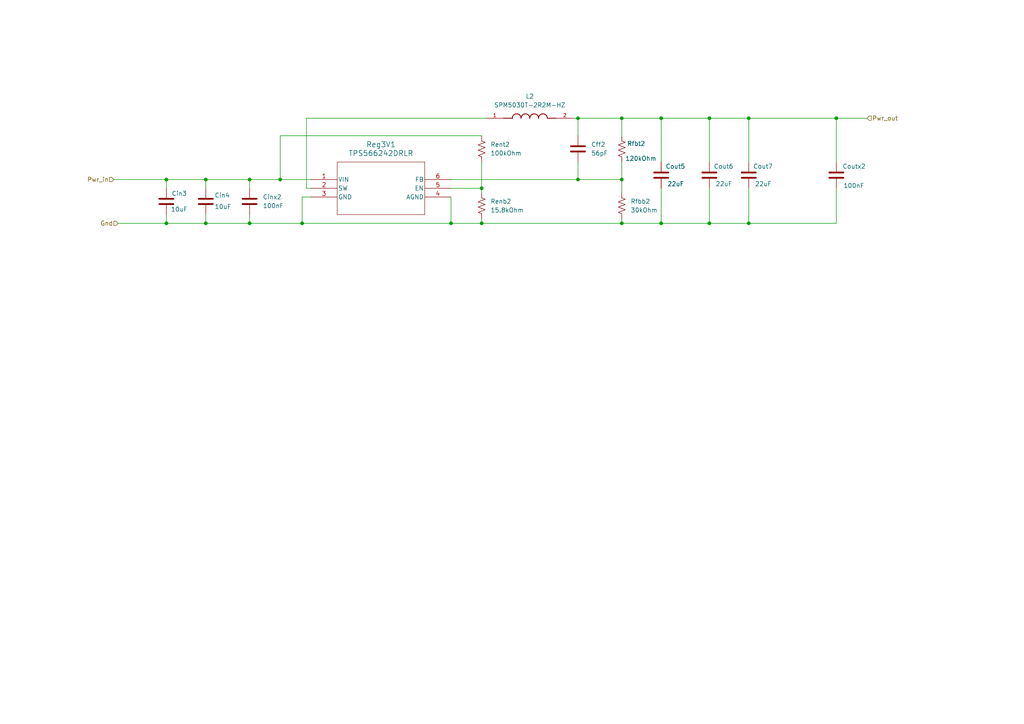
<source format=kicad_sch>
(kicad_sch (version 20231120) (generator "eeschema") (generator_version "8.0")
  (paper "A4")
  (lib_symbols
    (symbol "2025-03-05_03-11-59:TPS566242DRLR" (pin_names (offset 0.254))
      (property "Reference" "U" (at 20.32 10.16 0))
      (property "Value" "TPS566242DRLR" (at 20.32 7.62 0))
      (symbol "TPS566242DRLR_0_1"
        (polyline (pts (xy 7.62 -10.16) (xy 33.02 -10.16)) (stroke (width 0.127)))
        (polyline (pts (xy 7.62 5.08) (xy 7.62 -10.16)) (stroke (width 0.127)))
        (polyline (pts (xy 33.02 -10.16) (xy 33.02 5.08)) (stroke (width 0.127)))
        (polyline (pts (xy 33.02 5.08) (xy 7.62 5.08)) (stroke (width 0.127)))
        (pin input line (at 0 0 0) (length 7.62) (name "VIN") (number "1"))
        (pin output line (at 0 -2.54 0) (length 7.62) (name "SW") (number "2"))
        (pin power_out line (at 0 -5.08 0) (length 7.62) (name "GND") (number "3"))
        (pin power_out line (at 40.64 -5.08 180) (length 7.62) (name "AGND") (number "4"))
        (pin input line (at 40.64 -2.54 180) (length 7.62) (name "EN") (number "5"))
        (pin input line (at 40.64 0 180) (length 7.62) (name "FB") (number "6"))
      )
    )
    (symbol "Device:C" (pin_numbers hide) (pin_names (offset 0.254))
      (property "Reference" "C" (at 0.635 2.54 0))
      (property "Value" "C" (at 0.635 -2.54 0))
      (symbol "C_0_1"
        (polyline (pts (xy -2.032 -0.762) (xy 2.032 -0.762)) (stroke (width 0.508)))
        (polyline (pts (xy -2.032 0.762) (xy 2.032 0.762)) (stroke (width 0.508)))
      )
      (symbol "C_1_1"
        (pin passive line (at 0 3.81 270) (length 2.794) (name "~") (number "1"))
        (pin passive line (at 0 -3.81 90) (length 2.794) (name "~") (number "2"))
      )
    )
    (symbol "Device:R_US" (pin_numbers hide) (pin_names (offset 0))
      (property "Reference" "R" (at 2.54 0 90))
      (property "Value" "R_US" (at -2.54 0 90))
      (symbol "R_US_0_1"
        (polyline (pts (xy 0 -2.286) (xy 0 -2.54)))
        (polyline (pts (xy 0 2.286) (xy 0 2.54)))
        (polyline (pts (xy 0 -0.762) (xy 1.016 -1.143) (xy 0 -1.524) (xy -1.016 -1.905) (xy 0 -2.286)))
        (polyline (pts (xy 0 0.762) (xy 1.016 0.381) (xy 0 0) (xy -1.016 -0.381) (xy 0 -0.762)))
        (polyline (pts (xy 0 2.286) (xy 1.016 1.905) (xy 0 1.524) (xy -1.016 1.143) (xy 0 0.762)))
      )
      (symbol "R_US_1_1"
        (pin passive line (at 0 3.81 270) (length 1.27) (name "~") (number "1"))
        (pin passive line (at 0 -3.81 90) (length 1.27) (name "~") (number "2"))
      )
    )
    (symbol "SPM5030T-2R2M-HZ:SPM5030T-2R2M-HZ" (pin_names (offset 1.016))
      (property "Reference" "L" (at -10.16 5.08 0))
      (property "Value" "SPM5030T-2R2M-HZ" (at -10.16 -5.08 0))
      (symbol "SPM5030T-2R2M-HZ_0_0"
        (arc (start -2.54 0) (mid -3.81 1.2645) (end -5.08 0) (stroke (width 0.254)))
        (arc (start 0 0) (mid -1.27 1.2645) (end -2.54 0) (stroke (width 0.254)))
        (polyline (pts (xy -5.08 0) (xy -7.62 0)) (stroke (width 0.254)))
        (polyline (pts (xy 5.08 0) (xy 7.62 0)) (stroke (width 0.254)))
        (arc (start 2.54 0) (mid 1.27 1.2645) (end 0 0) (stroke (width 0.254)))
        (arc (start 5.08 0) (mid 3.81 1.2645) (end 2.54 0) (stroke (width 0.254)))
        (pin passive line (at -12.7 0 0) (length 5.08) (name "~") (number "1"))
        (pin passive line (at 12.7 0 180) (length 5.08) (name "~") (number "2"))
      )
    )
  )
  (junction (at 59.69 64.77))
  (junction (at 87.63 64.77))
  (junction (at 167.64 34.29))
  (junction (at 81.28 52.07))
  (junction (at 130.81 64.77))
  (junction (at 217.17 34.29))
  (junction (at 48.26 52.07))
  (junction (at 139.7 64.77))
  (junction (at 48.26 64.77))
  (junction (at 191.77 34.29))
  (junction (at 205.74 34.29))
  (junction (at 180.34 64.77))
  (junction (at 180.34 52.07))
  (junction (at 139.7 54.61))
  (junction (at 180.34 34.29))
  (junction (at 217.17 64.77))
  (junction (at 205.74 64.77))
  (junction (at 72.39 52.07))
  (junction (at 167.64 52.07))
  (junction (at 59.69 52.07))
  (junction (at 72.39 64.77))
  (junction (at 191.77 64.77))
  (junction (at 242.57 34.29))
  (wire (pts (xy 180.34 46.99) (xy 180.34 52.07)))
  (wire (pts (xy 48.26 52.07) (xy 59.69 52.07)))
  (wire (pts (xy 180.34 52.07) (xy 180.34 55.88)))
  (wire (pts (xy 242.57 54.61) (xy 242.57 64.77)))
  (wire (pts (xy 217.17 34.29) (xy 217.17 46.99)))
  (wire (pts (xy 48.26 62.23) (xy 48.26 64.77)))
  (wire (pts (xy 191.77 54.61) (xy 191.77 64.77)))
  (wire (pts (xy 72.39 64.77) (xy 87.63 64.77)))
  (wire (pts (xy 167.64 34.29) (xy 166.37 34.29)))
  (wire (pts (xy 205.74 34.29) (xy 217.17 34.29)))
  (wire (pts (xy 139.7 64.77) (xy 180.34 64.77)))
  (wire (pts (xy 167.64 34.29) (xy 167.64 39.37)))
  (wire (pts (xy 180.34 34.29) (xy 191.77 34.29)))
  (wire (pts (xy 139.7 54.61) (xy 139.7 55.88)))
  (wire (pts (xy 130.81 52.07) (xy 167.64 52.07)))
  (wire (pts (xy 48.26 52.07) (xy 48.26 54.61)))
  (wire (pts (xy 34.29 64.77) (xy 48.26 64.77)))
  (wire (pts (xy 139.7 63.5) (xy 139.7 64.77)))
  (wire (pts (xy 87.63 57.15) (xy 90.17 57.15)))
  (wire (pts (xy 88.9 54.61) (xy 90.17 54.61)))
  (wire (pts (xy 191.77 34.29) (xy 205.74 34.29)))
  (wire (pts (xy 59.69 62.23) (xy 59.69 64.77)))
  (wire (pts (xy 180.34 63.5) (xy 180.34 64.77)))
  (wire (pts (xy 167.64 34.29) (xy 180.34 34.29)))
  (wire (pts (xy 205.74 34.29) (xy 205.74 46.99)))
  (wire (pts (xy 217.17 64.77) (xy 242.57 64.77)))
  (wire (pts (xy 205.74 64.77) (xy 191.77 64.77)))
  (wire (pts (xy 72.39 52.07) (xy 81.28 52.07)))
  (wire (pts (xy 59.69 52.07) (xy 72.39 52.07)))
  (wire (pts (xy 180.34 34.29) (xy 180.34 39.37)))
  (wire (pts (xy 217.17 54.61) (xy 217.17 64.77)))
  (wire (pts (xy 139.7 39.37) (xy 81.28 39.37)))
  (wire (pts (xy 33.02 52.07) (xy 48.26 52.07)))
  (wire (pts (xy 242.57 34.29) (xy 242.57 46.99)))
  (wire (pts (xy 72.39 62.23) (xy 72.39 64.77)))
  (wire (pts (xy 81.28 52.07) (xy 90.17 52.07)))
  (wire (pts (xy 59.69 64.77) (xy 72.39 64.77)))
  (wire (pts (xy 130.81 64.77) (xy 87.63 64.77)))
  (wire (pts (xy 180.34 64.77) (xy 191.77 64.77)))
  (wire (pts (xy 180.34 52.07) (xy 167.64 52.07)))
  (wire (pts (xy 205.74 54.61) (xy 205.74 64.77)))
  (wire (pts (xy 88.9 34.29) (xy 140.97 34.29)))
  (wire (pts (xy 130.81 57.15) (xy 130.81 64.77)))
  (wire (pts (xy 81.28 39.37) (xy 81.28 52.07)))
  (wire (pts (xy 191.77 34.29) (xy 191.77 46.99)))
  (wire (pts (xy 130.81 64.77) (xy 139.7 64.77)))
  (wire (pts (xy 139.7 46.99) (xy 139.7 54.61)))
  (wire (pts (xy 242.57 34.29) (xy 251.46 34.29)))
  (wire (pts (xy 217.17 34.29) (xy 242.57 34.29)))
  (wire (pts (xy 88.9 34.29) (xy 88.9 54.61)))
  (wire (pts (xy 72.39 52.07) (xy 72.39 54.61)))
  (wire (pts (xy 48.26 64.77) (xy 59.69 64.77)))
  (wire (pts (xy 59.69 52.07) (xy 59.69 54.61)))
  (wire (pts (xy 167.64 46.99) (xy 167.64 52.07)))
  (wire (pts (xy 87.63 64.77) (xy 87.63 57.15)))
  (wire (pts (xy 217.17 64.77) (xy 205.74 64.77)))
  (wire (pts (xy 130.81 54.61) (xy 139.7 54.61)))
  (hierarchical_label "Pwr_out" (shape input) (at 251.46 34.29 0))
  (hierarchical_label "Pwr_in" (shape input) (at 33.02 52.07 180))
  (hierarchical_label "Gnd" (shape input) (at 34.29 64.77 180))
  (symbol (lib_id "2025-03-05_03-11-59:TPS566242DRLR") (at 90.17 52.07 0) (unit 1)
    (property "Reference" "Reg3V1" (at 110.49 41.91 0) (effects (font (size 1.524 1.524))))
    (property "Value" "TPS566242DRLR" (at 110.49 44.45 0) (effects (font (size 1.524 1.524))))
    (property "Footprint" "CustomLibrary:SOT5x3_DRL_TEX" (effects (hide yes)))
    (property "Datasheet" "TPS566242DRLR" (effects (hide yes)))
  )
  (symbol (lib_id "Device:C") (at 59.69 58.42 0) (unit 1)
    (property "Reference" "Cin4" (at 62.23 56.642 0) (effects (justify left)))
    (property "Value" "10uF" (at 62.23 59.944 0) (effects (justify left)))
    (property "Footprint" "Capacitor_SMD:C_0805_2012Metric_Pad1.18x1.45mm_HandSolder" (effects (hide yes)))
    (property "Description" "Unpolarized capacitor" (effects (hide yes)))
  )
  (symbol (lib_id "Device:C") (at 242.57 50.8 0) (unit 1)
    (property "Reference" "Coutx2" (at 244.348 48.26 0) (effects (justify left)))
    (property "Value" "100nF" (at 244.602 53.848 0) (effects (justify left)))
    (property "Footprint" "Capacitor_SMD:C_0805_2012Metric_Pad1.18x1.45mm_HandSolder" (effects (hide yes)))
    (property "Description" "Unpolarized capacitor" (effects (hide yes)))
  )
  (symbol (lib_id "Device:C") (at 205.74 50.8 0) (unit 1)
    (property "Reference" "Cout6" (at 207.01 48.26 0) (effects (justify left)))
    (property "Value" "22uF" (at 207.518 53.34 0) (effects (justify left)))
    (property "Footprint" "Capacitor_SMD:C_0805_2012Metric_Pad1.18x1.45mm_HandSolder" (effects (hide yes)))
    (property "Description" "Unpolarized capacitor" (effects (hide yes)))
  )
  (symbol (lib_id "Device:C") (at 48.26 58.42 0) (unit 1)
    (property "Reference" "Cin3" (at 49.784 56.134 0) (effects (justify left)))
    (property "Value" "10uF" (at 49.53 60.706 0) (effects (justify left)))
    (property "Footprint" "Capacitor_SMD:C_0805_2012Metric_Pad1.18x1.45mm_HandSolder" (effects (hide yes)))
    (property "Description" "Unpolarized capacitor" (effects (hide yes)))
  )
  (symbol (lib_id "SPM5030T-2R2M-HZ:SPM5030T-2R2M-HZ") (at 153.67 34.29 0) (unit 1)
    (property "Reference" "L2" (at 153.67 27.94 0))
    (property "Value" "SPM5030T-2R2M-HZ" (at 153.67 30.48 0))
    (property "Footprint" "CustomLibrary:IND_SPM5030T-2R2M-HZ" (effects (hide yes)))
    (property "MF" "TDK" (effects (hide yes)))
    (property "MAXIMUM_PACKAGE_HEIGHT" "3.0 mm" (effects (hide yes)))
    (property "Package" "NON STANDARD-2 TDK" (effects (hide yes)))
    (property "Price" "None" (effects (hide yes)))
    (property "Check_prices" "https://www.snapeda.com/parts/SPM5030T-2R2M-HZ/TDK/view-part/?ref=eda" (effects (hide yes)))
    (property "STANDARD" "Manufacturer Recommendations" (effects (hide yes)))
    (property "PARTREV" "20210423" (effects (hide yes)))
    (property "SnapEDA_Link" "https://www.snapeda.com/parts/SPM5030T-2R2M-HZ/TDK/view-part/?ref=snap" (effects (hide yes)))
    (property "MP" "SPM5030T-2R2M-HZ" (effects (hide yes)))
    (property "Description_1" "\n                        \n                            Inductor Power Shielded Wirewound 2.2uH 20% 100KHz Metal 8.5A 0.0213Ohm DCR Automotive T/R\n                        \n" (effects (hide yes)))
    (property "Availability" "In Stock" (effects (hide yes)))
    (property "MANUFACTURER" "TDK" (effects (hide yes)))
  )
  (symbol (lib_id "Device:R_US") (at 139.7 59.69 0) (unit 1)
    (property "Reference" "Renb2" (at 142.24 58.4199 0) (effects (justify left)))
    (property "Value" "15.8kOhm" (at 142.24 60.9599 0) (effects (justify left)))
    (property "Footprint" "Resistor_SMD:R_0805_2012Metric_Pad1.20x1.40mm_HandSolder" (effects (hide yes)))
    (property "Description" "Resistor, US symbol" (effects (hide yes)))
  )
  (symbol (lib_id "Device:C") (at 191.77 50.8 0) (unit 1)
    (property "Reference" "Cout5" (at 193.04 48.26 0) (effects (justify left)))
    (property "Value" "22uF" (at 193.548 53.34 0) (effects (justify left)))
    (property "Footprint" "Capacitor_SMD:C_0805_2012Metric_Pad1.18x1.45mm_HandSolder" (effects (hide yes)))
    (property "Description" "Unpolarized capacitor" (effects (hide yes)))
  )
  (symbol (lib_id "Device:R_US") (at 180.34 43.18 0) (unit 1)
    (property "Reference" "Rfbt2" (at 181.864 41.656 0) (effects (justify left)))
    (property "Value" "120kOhm" (at 181.356 45.974 0) (effects (justify left)))
    (property "Footprint" "Resistor_SMD:R_0805_2012Metric_Pad1.20x1.40mm_HandSolder" (effects (hide yes)))
    (property "Description" "Resistor, US symbol" (effects (hide yes)))
  )
  (symbol (lib_id "Device:C") (at 72.39 58.42 0) (unit 1)
    (property "Reference" "Cinx2" (at 76.2 57.1499 0) (effects (justify left)))
    (property "Value" "100nF" (at 76.2 59.6899 0) (effects (justify left)))
    (property "Footprint" "Capacitor_SMD:C_0805_2012Metric_Pad1.18x1.45mm_HandSolder" (effects (hide yes)))
    (property "Description" "Unpolarized capacitor" (effects (hide yes)))
  )
  (symbol (lib_id "Device:C") (at 167.64 43.18 0) (unit 1)
    (property "Reference" "Cff2" (at 171.45 41.9099 0) (effects (justify left)))
    (property "Value" "56pF" (at 171.45 44.4499 0) (effects (justify left)))
    (property "Footprint" "Capacitor_SMD:C_0805_2012Metric_Pad1.18x1.45mm_HandSolder" (effects (hide yes)))
    (property "Description" "Unpolarized capacitor" (effects (hide yes)))
  )
  (symbol (lib_id "Device:C") (at 217.17 50.8 0) (unit 1)
    (property "Reference" "Cout7" (at 218.44 48.26 0) (effects (justify left)))
    (property "Value" "22uF" (at 218.948 53.34 0) (effects (justify left)))
    (property "Footprint" "Capacitor_SMD:C_0805_2012Metric_Pad1.18x1.45mm_HandSolder" (effects (hide yes)))
    (property "Description" "Unpolarized capacitor" (effects (hide yes)))
  )
  (symbol (lib_id "Device:R_US") (at 139.7 43.18 0) (unit 1)
    (property "Reference" "Rent2" (at 142.24 41.9099 0) (effects (justify left)))
    (property "Value" "100kOhm" (at 142.24 44.4499 0) (effects (justify left)))
    (property "Footprint" "Resistor_SMD:R_0805_2012Metric_Pad1.20x1.40mm_HandSolder" (effects (hide yes)))
    (property "Description" "Resistor, US symbol" (effects (hide yes)))
  )
  (symbol (lib_id "Device:R_US") (at 180.34 59.69 0) (unit 1)
    (property "Reference" "Rfbb2" (at 182.88 58.4199 0) (effects (justify left)))
    (property "Value" "30kOhm" (at 182.88 60.9599 0) (effects (justify left)))
    (property "Footprint" "Resistor_SMD:R_0805_2012Metric_Pad1.20x1.40mm_HandSolder" (effects (hide yes)))
    (property "Description" "Resistor, US symbol" (effects (hide yes)))
  )
)
</source>
